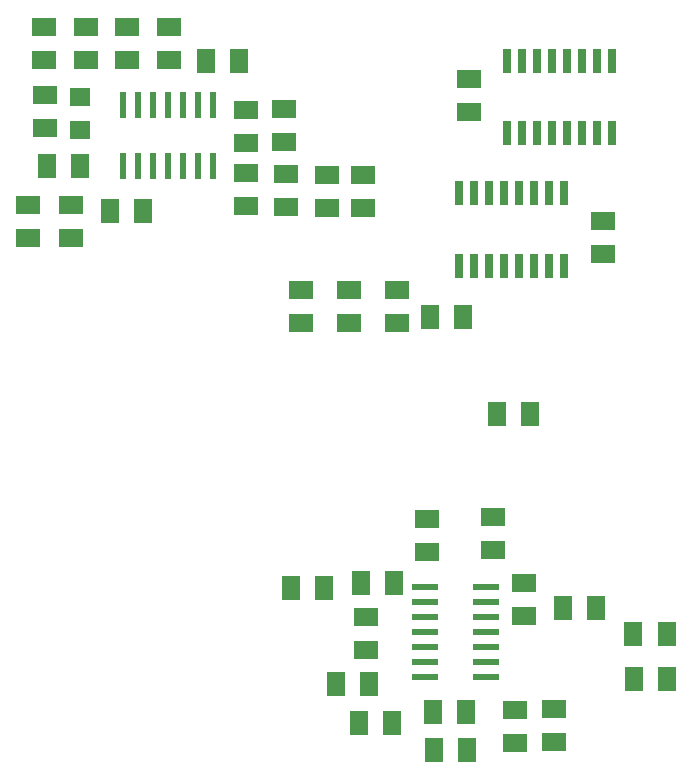
<source format=gbr>
G04 EAGLE Gerber X2 export*
%TF.Part,Single*%
%TF.FileFunction,Paste,Top*%
%TF.FilePolarity,Positive*%
%TF.GenerationSoftware,Autodesk,EAGLE,9.2.2*%
%TF.CreationDate,2019-06-08T20:53:20Z*%
G75*
%MOMM*%
%FSLAX34Y34*%
%LPD*%
%INSolderpaste Top*%
%AMOC8*
5,1,8,0,0,1.08239X$1,22.5*%
G01*
%ADD10R,1.800000X1.600000*%
%ADD11R,0.660400X2.032000*%
%ADD12R,0.600000X2.200000*%
%ADD13R,1.600000X2.000000*%
%ADD14R,2.000000X1.600000*%
%ADD15R,2.200000X0.600000*%


D10*
X146017Y568112D03*
X146017Y596112D03*
D11*
X555501Y514458D03*
X555501Y452990D03*
X542801Y514458D03*
X530101Y514458D03*
X542801Y452990D03*
X530101Y452990D03*
X517401Y514458D03*
X517401Y452990D03*
X504701Y514458D03*
X504701Y452990D03*
X492001Y514458D03*
X479301Y514458D03*
X492001Y452990D03*
X479301Y452990D03*
X466601Y514458D03*
X466601Y452990D03*
X596177Y626312D03*
X596177Y564844D03*
X583477Y626312D03*
X570777Y626312D03*
X583477Y564844D03*
X570777Y564844D03*
X558077Y626312D03*
X558077Y564844D03*
X545377Y626312D03*
X545377Y564844D03*
X532677Y626312D03*
X519977Y626312D03*
X532677Y564844D03*
X519977Y564844D03*
X507277Y626312D03*
X507277Y564844D03*
D12*
X245743Y589132D03*
X245743Y537132D03*
X258443Y589132D03*
X233043Y589132D03*
X220343Y589132D03*
X258443Y537132D03*
X233043Y537132D03*
X220343Y537132D03*
X194943Y589132D03*
X194943Y537132D03*
X207643Y589132D03*
X182243Y589132D03*
X207643Y537132D03*
X182243Y537132D03*
D13*
X498520Y326961D03*
X526520Y326961D03*
D14*
X150363Y654662D03*
X150363Y626662D03*
X185802Y654662D03*
X185802Y626662D03*
X221241Y654662D03*
X221241Y626662D03*
X588083Y462984D03*
X588083Y490984D03*
X115962Y597061D03*
X115962Y569061D03*
X475433Y611165D03*
X475433Y583165D03*
X354428Y501446D03*
X354428Y529446D03*
X318659Y585508D03*
X318659Y557508D03*
X385618Y501930D03*
X385618Y529930D03*
X285999Y584900D03*
X285999Y556900D03*
D13*
X117376Y537194D03*
X145376Y537194D03*
D14*
X320206Y530599D03*
X320206Y502599D03*
X333213Y432097D03*
X333213Y404097D03*
X373745Y432097D03*
X373745Y404097D03*
X414277Y432097D03*
X414277Y404097D03*
D13*
X171165Y499481D03*
X199165Y499481D03*
X252580Y626559D03*
X280580Y626559D03*
D15*
X437683Y168091D03*
X489683Y168091D03*
X437683Y180791D03*
X437683Y155391D03*
X437683Y142691D03*
X489683Y180791D03*
X489683Y155391D03*
X489683Y142691D03*
X437683Y117291D03*
X489683Y117291D03*
X437683Y129991D03*
X437683Y104591D03*
X489683Y129991D03*
X489683Y104591D03*
D14*
X439424Y238310D03*
X439424Y210310D03*
D13*
X470326Y409311D03*
X442326Y409311D03*
X362791Y99135D03*
X390791Y99135D03*
X445048Y43189D03*
X473048Y43189D03*
D14*
X495232Y240481D03*
X495232Y212481D03*
D13*
X554336Y163229D03*
X582336Y163229D03*
D14*
X547217Y77266D03*
X547217Y49266D03*
X521926Y183937D03*
X521926Y155937D03*
X387583Y155475D03*
X387583Y127475D03*
D13*
X383363Y183890D03*
X411363Y183890D03*
D14*
X513718Y48743D03*
X513718Y76743D03*
D13*
X614451Y103014D03*
X642451Y103014D03*
X444910Y75138D03*
X472910Y75138D03*
X409620Y66040D03*
X381620Y66040D03*
X324263Y179802D03*
X352263Y179802D03*
X642300Y141245D03*
X614300Y141245D03*
D14*
X114923Y654662D03*
X114923Y626662D03*
X286623Y503255D03*
X286623Y531255D03*
X101922Y504458D03*
X101922Y476458D03*
X138006Y476591D03*
X138006Y504591D03*
M02*

</source>
